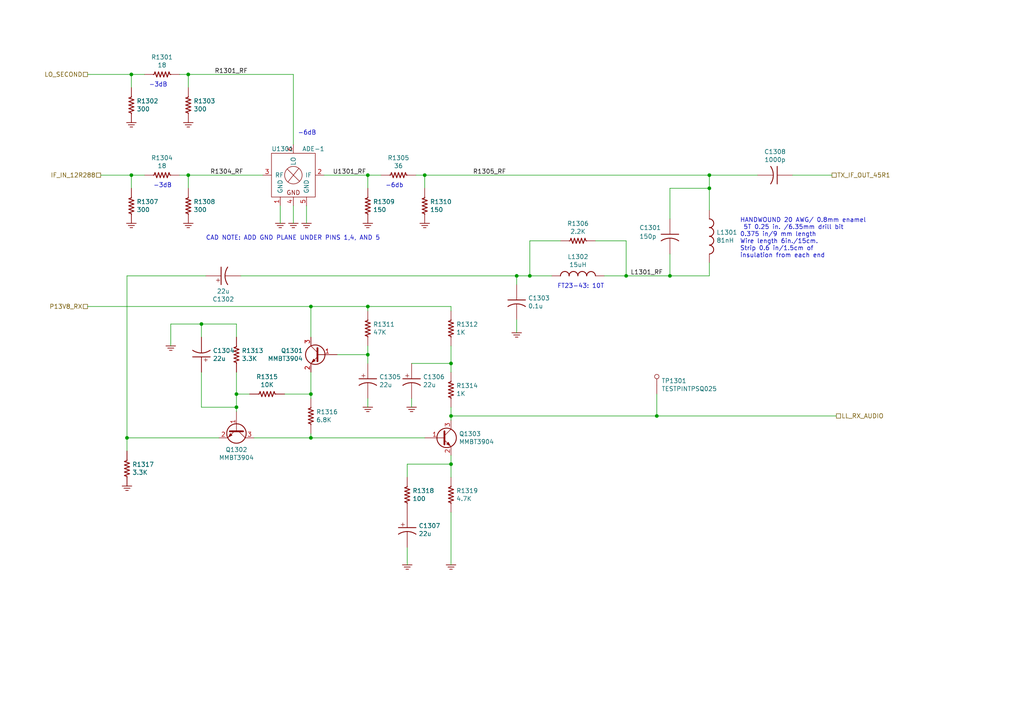
<source format=kicad_sch>
(kicad_sch (version 20211123) (generator eeschema)
  (paper "A4")
  (title_block (title "Second Mixer and Low Level Audio Amplifier") (rev "X1") (company "WA6ZFT"))
  (lib_symbols
    (symbol "custom:ADE-1" (pin_names (offset 1.016))
      (property "Reference" "U" (at -6.35 7.62 0))
      (property "Value" "ADE-1" (at 5.08 7.62 0))
      (symbol "ADE-1_0_0"
        (text "GND" (at 0 -5.08 0) (effects (font (size 1.27 1.27))))
      )
      (symbol "ADE-1_0_1"
        (rectangle (start -6.35 6.35) (end 6.35 -6.35))
        (polyline (pts (xy -1.778 1.778) (xy 1.778 -1.778)))
        (polyline (pts (xy 1.524 1.905) (xy -1.524 -1.905)))
        (circle (center 0 0) (radius 2.54))
      )
      (symbol "ADE-1_1_1"
        (pin passive line (at -3.81 -8.89 90) (length 2.54) (name "GND") (number "1"))
        (pin passive line (at 8.89 0 180) (length 2.54) (name "IF") (number "2"))
        (pin passive line (at -8.89 0 0) (length 2.54) (name "RF") (number "3"))
        (pin passive line (at 0 -8.89 90) (length 2.54) (name "~") (number "4"))
        (pin passive line (at 3.81 -8.89 90) (length 2.54) (name "GND") (number "5"))
        (pin passive line (at 0 8.89 270) (length 2.54) (name "LO") (number "6"))
      )
    )
    (symbol "custom:CP_US" (pin_numbers hide) (pin_names (offset 0.254) hide)
      (property "Reference" "C" (at 1.27 2.54 0))
      (property "Value" "CP_US" (at 1.27 -2.54 0))
      (symbol "CP_US_0_1"
        (polyline (pts (xy -1.778 1.524) (xy -0.762 1.524)) (stroke (width 0.127)))
        (polyline (pts (xy -1.27 1.016) (xy -1.27 2.032)) (stroke (width 0.127)))
        (polyline (pts (xy -2.54 0.635) (xy 2.54 0.635) (xy 2.54 0.635)) (stroke (width 0.254)))
        (arc (start 2.54 -1.27) (mid 0 -0.5009) (end -2.54 -1.27) (stroke (width 0.254)))
      )
      (symbol "CP_US_1_1"
        (pin passive line (at 0 5.08 270) (length 4.445) (name "~") (number "1"))
        (pin passive line (at 0 -5.08 90) (length 4.445) (name "~") (number "2"))
      )
    )
    (symbol "custom:C_US" (pin_numbers hide) (pin_names (offset 0.254) hide)
      (property "Reference" "C" (at 1.27 2.54 0))
      (property "Value" "C_US" (at 1.27 -2.54 0))
      (symbol "C_US_0_1"
        (polyline (pts (xy -2.54 0.635) (xy 2.54 0.635) (xy 2.54 0.635)) (stroke (width 0.254)))
        (arc (start 2.54 -1.27) (mid 0 -0.5009) (end -2.54 -1.27) (stroke (width 0.254)))
      )
      (symbol "C_US_1_1"
        (pin passive line (at 0 5.08 270) (length 4.445) (name "~") (number "1"))
        (pin passive line (at 0 -5.08 90) (length 4.445) (name "~") (number "2"))
      )
    )
    (symbol "custom:C_US_0805_0.1UF_X7R_10%_50V_HS" (pin_numbers hide) (pin_names (offset 0.254) hide)
      (property "Reference" "C" (at 1.27 2.54 0))
      (property "Value" "C_US_0805_0.1UF_X7R_10%_50V_HS" (at 1.27 -2.54 0))
      (symbol "C_US_0805_0.1UF_X7R_10%_50V_HS_0_1"
        (polyline (pts (xy -2.54 0.635) (xy 2.54 0.635) (xy 2.54 0.635)) (stroke (width 0.254)))
        (arc (start 2.54 -1.27) (mid 0 -0.5009) (end -2.54 -1.27) (stroke (width 0.254)))
      )
      (symbol "C_US_0805_0.1UF_X7R_10%_50V_HS_1_1"
        (pin passive line (at 0 5.08 270) (length 4.445) (name "~") (number "1"))
        (pin passive line (at 0 -5.08 90) (length 4.445) (name "~") (number "2"))
      )
    )
    (symbol "custom:GND_US" (power) (pin_names (offset 0))
      (symbol "GND_US_0_1"
        (polyline (pts (xy -1.397 0) (xy 1.397 0)) (stroke (width 0.2032)))
        (polyline (pts (xy -0.889 -0.635) (xy 0.889 -0.635)) (stroke (width 0.2032)))
        (polyline (pts (xy -0.381 -1.27) (xy 0.381 -1.27)) (stroke (width 0.2032)))
      )
      (symbol "GND_US_1_1"
        (pin power_in line (at 0 0 90) (length 0) hide (name "GND") (number "1"))
      )
    )
    (symbol "custom:L_US" (pin_numbers hide) (pin_names (offset 1.016) hide)
      (property "Reference" "L" (at -1.27 0 90))
      (property "Value" "L_US" (at 2.54 0 90))
      (symbol "L_US_0_1"
        (arc (start 0 2.54) (mid 1.27 3.81) (end 0 5.08) (stroke (width 0.254)))
        (arc (start 0.0254 -5.0546) (mid 1.245 -3.7973) (end 0.0254 -2.54) (stroke (width 0.254)))
        (arc (start 0.0254 -2.5146) (mid 1.2704 -1.2319) (end 0.0254 0.0508) (stroke (width 0.254)))
        (arc (start 0.0254 0.0254) (mid 1.2704 1.3081) (end 0.0254 2.5908) (stroke (width 0.254)))
      )
      (symbol "L_US_1_1"
        (pin passive line (at 0 7.62 270) (length 2.54) (name "1") (number "1"))
        (pin passive line (at 0 -7.62 90) (length 2.54) (name "2") (number "2"))
      )
    )
    (symbol "custom:MMBT3904" (pin_names (offset 0) hide)
      (property "Reference" "Q" (at 5.08 1.905 0))
      (property "Value" "MMBT3904" (at 5.08 0 0))
      (symbol "MMBT3904_0_1"
        (polyline (pts (xy 0.635 0.635) (xy 2.54 2.54)))
        (polyline (pts (xy 0.635 -0.635) (xy 2.54 -2.54) (xy 2.54 -2.54)))
        (polyline (pts (xy 0.635 1.905) (xy 0.635 -1.905) (xy 0.635 -1.905)) (stroke (width 0.508)))
        (polyline (pts (xy 1.27 -1.778) (xy 1.778 -1.27) (xy 2.286 -2.286) (xy 1.27 -1.778) (xy 1.27 -1.778)) (fill (type outline)))
        (circle (center 1.27 0) (radius 2.8194) (stroke (width 0.254)))
      )
      (symbol "MMBT3904_1_1"
        (pin passive line (at -5.08 0 0) (length 5.715) (name "B") (number "1"))
        (pin passive line (at 2.54 -5.08 90) (length 2.54) (name "E") (number "2"))
        (pin passive line (at 2.54 5.08 270) (length 2.54) (name "C") (number "3"))
      )
    )
    (symbol "custom:R_US_0805_1%_HS" (pin_numbers hide) (pin_names (offset 1.016) hide)
      (property "Reference" "R" (at 2.032 0 90))
      (property "Value" "R_US_0805_1%_HS" (at -2.032 0 90))
      (symbol "R_US_0805_1%_HS_0_0"
        (polyline (pts (xy 0 -2.54) (xy 0 -2.54) (xy 0 -2.286) (xy -0.762 -2.032) (xy 0.762 -1.524) (xy -0.762 -1.016) (xy 0.762 -0.508) (xy -0.762 0) (xy 0.762 0.508) (xy -0.762 1.016) (xy 0.762 1.524) (xy -0.762 2.032) (xy 0 2.286) (xy 0 2.54) (xy 0 2.54)) (stroke (width 0.254)))
      )
      (symbol "R_US_0805_1%_HS_1_1"
        (pin passive line (at 0 5.08 270) (length 2.54) (name "~") (number "1"))
        (pin passive line (at 0 -5.08 90) (length 2.54) (name "~") (number "2"))
      )
    )
    (symbol "custom:TESTPINTPSQ025" (pin_numbers hide) (pin_names (offset 1.016) hide)
      (property "Reference" "TP" (at -1.27 1.27 0))
      (property "Value" "TESTPINTPSQ025" (at -7.62 3.81 0))
      (symbol "TESTPINTPSQ025_1_0"
        (polyline (pts (xy 0 -2.54) (xy 0 -0.635)))
      )
      (symbol "TESTPINTPSQ025_1_1"
        (circle (center 0 0) (radius 0.635))
        (pin passive line (at 0 -5.08 90) (length 2.54) (name "TP") (number "1"))
      )
    )
  )
  (junction (at 153.67 80.01))
  (junction (at 36.83 127))
  (junction (at 130.81 120.65))
  (junction (at 90.17 88.9))
  (junction (at 54.61 50.8))
  (junction (at 205.74 50.8))
  (junction (at 181.61 80.01))
  (junction (at 68.58 118.11))
  (junction (at 90.17 127))
  (junction (at 38.1 21.59))
  (junction (at 130.81 134.62))
  (junction (at 106.68 88.9))
  (junction (at 205.74 54.61))
  (junction (at 58.42 93.98))
  (junction (at 54.61 21.59))
  (junction (at 106.68 102.87))
  (junction (at 194.31 80.01))
  (junction (at 123.19 50.8))
  (junction (at 130.81 105.41))
  (junction (at 38.1 50.8))
  (junction (at 68.58 114.3))
  (junction (at 106.68 50.8))
  (junction (at 190.5 120.65))
  (junction (at 90.17 114.3))
  (junction (at 149.86 80.01))
  (wire (pts (xy 162.56 69.85) (xy 153.67 69.85)))
  (wire (pts (xy 88.9 59.69) (xy 88.9 64.77)))
  (wire (pts (xy 90.17 127) (xy 90.17 125.73)))
  (wire (pts (xy 106.68 88.9) (xy 90.17 88.9)))
  (wire (pts (xy 123.19 127) (xy 90.17 127)))
  (wire (pts (xy 153.67 80.01) (xy 149.86 80.01)))
  (wire (pts (xy 36.83 80.01) (xy 59.69 80.01)))
  (wire (pts (xy 181.61 80.01) (xy 194.31 80.01)))
  (wire (pts (xy 106.68 102.87) (xy 106.68 100.33)))
  (wire (pts (xy 68.58 93.98) (xy 58.42 93.98)))
  (wire (pts (xy 54.61 50.8) (xy 54.61 54.61)))
  (wire (pts (xy 58.42 93.98) (xy 49.53 93.98)))
  (wire (pts (xy 106.68 105.41) (xy 106.68 102.87)))
  (wire (pts (xy 63.5 127) (xy 36.83 127)))
  (wire (pts (xy 242.57 120.65) (xy 190.5 120.65)))
  (wire (pts (xy 38.1 50.8) (xy 29.21 50.8)))
  (wire (pts (xy 130.81 118.11) (xy 130.81 120.65)))
  (wire (pts (xy 54.61 21.59) (xy 54.61 25.4)))
  (wire (pts (xy 90.17 97.79) (xy 90.17 88.9)))
  (wire (pts (xy 52.07 21.59) (xy 54.61 21.59)))
  (wire (pts (xy 106.68 90.17) (xy 106.68 88.9)))
  (wire (pts (xy 58.42 107.95) (xy 58.42 118.11)))
  (wire (pts (xy 118.11 138.43) (xy 118.11 134.62)))
  (wire (pts (xy 120.65 50.8) (xy 123.19 50.8)))
  (wire (pts (xy 205.74 54.61) (xy 205.74 50.8)))
  (wire (pts (xy 130.81 105.41) (xy 130.81 107.95)))
  (wire (pts (xy 68.58 97.79) (xy 68.58 93.98)))
  (wire (pts (xy 149.86 92.71) (xy 149.86 96.52)))
  (wire (pts (xy 36.83 127) (xy 36.83 80.01)))
  (wire (pts (xy 72.39 114.3) (xy 68.58 114.3)))
  (wire (pts (xy 130.81 120.65) (xy 130.81 121.92)))
  (wire (pts (xy 54.61 50.8) (xy 76.2 50.8)))
  (wire (pts (xy 54.61 21.59) (xy 85.09 21.59)))
  (wire (pts (xy 106.68 50.8) (xy 93.98 50.8)))
  (wire (pts (xy 85.09 21.59) (xy 85.09 41.91)))
  (wire (pts (xy 49.53 93.98) (xy 49.53 100.33)))
  (wire (pts (xy 68.58 118.11) (xy 68.58 119.38)))
  (wire (pts (xy 68.58 107.95) (xy 68.58 114.3)))
  (wire (pts (xy 41.91 50.8) (xy 38.1 50.8)))
  (wire (pts (xy 69.85 80.01) (xy 149.86 80.01)))
  (wire (pts (xy 194.31 80.01) (xy 205.74 80.01)))
  (wire (pts (xy 205.74 80.01) (xy 205.74 76.2)))
  (wire (pts (xy 130.81 148.59) (xy 130.81 163.83)))
  (wire (pts (xy 181.61 69.85) (xy 181.61 80.01)))
  (wire (pts (xy 130.81 88.9) (xy 106.68 88.9)))
  (wire (pts (xy 68.58 114.3) (xy 68.58 118.11)))
  (wire (pts (xy 106.68 115.57) (xy 106.68 118.11)))
  (wire (pts (xy 58.42 97.79) (xy 58.42 93.98)))
  (wire (pts (xy 130.81 132.08) (xy 130.81 134.62)))
  (wire (pts (xy 160.02 80.01) (xy 153.67 80.01)))
  (wire (pts (xy 175.26 80.01) (xy 181.61 80.01)))
  (wire (pts (xy 119.38 115.57) (xy 119.38 118.11)))
  (wire (pts (xy 97.79 102.87) (xy 106.68 102.87)))
  (wire (pts (xy 194.31 63.5) (xy 194.31 54.61)))
  (wire (pts (xy 190.5 114.3) (xy 190.5 120.65)))
  (wire (pts (xy 52.07 50.8) (xy 54.61 50.8)))
  (wire (pts (xy 194.31 54.61) (xy 205.74 54.61)))
  (wire (pts (xy 123.19 50.8) (xy 205.74 50.8)))
  (wire (pts (xy 205.74 50.8) (xy 219.71 50.8)))
  (wire (pts (xy 118.11 134.62) (xy 130.81 134.62)))
  (wire (pts (xy 81.28 59.69) (xy 81.28 64.77)))
  (wire (pts (xy 130.81 100.33) (xy 130.81 105.41)))
  (wire (pts (xy 106.68 50.8) (xy 106.68 54.61)))
  (wire (pts (xy 123.19 50.8) (xy 123.19 54.61)))
  (wire (pts (xy 73.66 127) (xy 90.17 127)))
  (wire (pts (xy 130.81 134.62) (xy 130.81 138.43)))
  (wire (pts (xy 85.09 59.69) (xy 85.09 64.77)))
  (wire (pts (xy 82.55 114.3) (xy 90.17 114.3)))
  (wire (pts (xy 229.87 50.8) (xy 241.3 50.8)))
  (wire (pts (xy 38.1 21.59) (xy 38.1 25.4)))
  (wire (pts (xy 90.17 114.3) (xy 90.17 107.95)))
  (wire (pts (xy 172.72 69.85) (xy 181.61 69.85)))
  (wire (pts (xy 90.17 115.57) (xy 90.17 114.3)))
  (wire (pts (xy 90.17 88.9) (xy 25.4 88.9)))
  (wire (pts (xy 190.5 120.65) (xy 130.81 120.65)))
  (wire (pts (xy 130.81 90.17) (xy 130.81 88.9)))
  (wire (pts (xy 153.67 69.85) (xy 153.67 80.01)))
  (wire (pts (xy 36.83 130.81) (xy 36.83 127)))
  (wire (pts (xy 110.49 50.8) (xy 106.68 50.8)))
  (wire (pts (xy 41.91 21.59) (xy 38.1 21.59)))
  (wire (pts (xy 58.42 118.11) (xy 68.58 118.11)))
  (wire (pts (xy 119.38 105.41) (xy 130.81 105.41)))
  (wire (pts (xy 118.11 158.75) (xy 118.11 163.83)))
  (wire (pts (xy 194.31 73.66) (xy 194.31 80.01)))
  (wire (pts (xy 205.74 60.96) (xy 205.74 54.61)))
  (wire (pts (xy 38.1 21.59) (xy 25.4 21.59)))
  (wire (pts (xy 149.86 80.01) (xy 149.86 82.55)))
  (wire (pts (xy 38.1 50.8) (xy 38.1 54.61)))
  (text "-3dB" (at 43.18 25.4 0) (effects (font (size 1.27 1.27)) (justify left bottom)))
  (text "CAD NOTE: ADD GND PLANE UNDER PINS 1,4, AND 5" (at 59.69 69.85 0) (effects (font (size 1.27 1.27)) (justify left bottom)))
  (text "HANDWOUND 20 AWG/ 0.8mm enamel\n 5T 0.25 in. /6.35mm drill bit\n0.375 in/9 mm length\nWire length 6in./15cm. \nStrip 0.6 in/1.5cm of \ninsulation from each end" (at 214.63 74.93 0) (effects (font (size 1.27 1.27)) (justify left bottom)))
  (text "FT23-43: 10T" (at 175.26 83.82 180) (effects (font (size 1.27 1.27)) (justify right bottom)))
  (text "-6db\n" (at 111.76 54.61 0) (effects (font (size 1.27 1.27)) (justify left bottom)))
  (text "-6dB" (at 86.36 39.37 0) (effects (font (size 1.27 1.27)) (justify left bottom)))
  (text "-3dB" (at 44.45 54.61 0) (effects (font (size 1.27 1.27)) (justify left bottom)))
  (label "R1305_RF" (at 137.16 50.8 0))
  (label "U1301_RF" (at 96.52 50.8 0))
  (label "L1301_RF" (at 182.88 80.01 0))
  (label "R1301_RF" (at 62.23 21.59 0))
  (label "R1304_RF" (at 60.96 50.8 0))
  (hierarchical_label "LO_SECOND" (shape passive) (at 25.4 21.59 180))
  (hierarchical_label "IF_IN_12R288" (shape passive) (at 29.21 50.8 180))
  (hierarchical_label "P13V8_RX" (shape passive) (at 25.4 88.9 180))
  (hierarchical_label "LL_RX_AUDIO" (shape passive) (at 242.57 120.65 0))
  (hierarchical_label "TX_IF_OUT_45R1" (shape passive) (at 241.3 50.8 0))
  (symbol (lib_id "custom:ADE-1") (at 85.09 50.8 0) (unit 1)
    (property "Reference" "U1301" (at 78.74 43.18 0) (effects (justify left)))
    (property "Value" "ADE-1" (at 87.63 43.18 0) (effects (justify left)))
    (property "Footprint" "mods:MCL-6-SMD_7R97X5R59" (effects hide))
    (property "PartNumber" "800262-101" (effects hide))
  )
  (symbol (lib_id "custom:GND_US") (at 54.61 35.56 0) (unit 1)
    (property "Reference" "#PWR01302" (effects hide))
    (property "Value" "GND_US" (effects hide))
  )
  (symbol (lib_id "custom:GND_US") (at 85.09 64.77 0) (unit 1)
    (property "Reference" "#PWR01306" (effects hide))
    (property "Value" "GND_US" (effects hide))
  )
  (symbol (lib_id "custom:GND_US") (at 88.9 64.77 0) (unit 1)
    (property "Reference" "#PWR01307" (effects hide))
    (property "Value" "GND_US" (effects hide))
  )
  (symbol (lib_id "custom:R_US_0805_1%_HS") (at 38.1 30.48 0) (unit 1)
    (property "Reference" "R1302" (at 39.624 29.3116 0) (effects (justify left)))
    (property "Value" "300" (at 39.624 31.623 0) (effects (justify left)))
    (property "Footprint" "Resistor_SMD:R_0805_2012Metric_Pad1.15x1.40mm_HandSolder" (effects hide))
    (property "PartNumber" "800235-301" (effects hide))
  )
  (symbol (lib_id "custom:R_US_0805_1%_HS") (at 54.61 30.48 0) (unit 1)
    (property "Reference" "R1303" (at 56.134 29.3116 0) (effects (justify left)))
    (property "Value" "300" (at 56.134 31.623 0) (effects (justify left)))
    (property "Footprint" "Resistor_SMD:R_0805_2012Metric_Pad1.15x1.40mm_HandSolder" (effects hide))
    (property "PartNumber" "800235-301" (effects hide))
  )
  (symbol (lib_id "custom:R_US_0805_1%_HS") (at 46.99 21.59 270) (unit 1)
    (property "Reference" "R1301" (at 46.99 16.5862 90))
    (property "Value" "18" (at 46.99 18.8976 90))
    (property "Footprint" "Resistor_SMD:R_0805_2012Metric_Pad1.15x1.40mm_HandSolder" (effects hide))
    (property "PartNumber" "800235-180" (effects hide))
  )
  (symbol (lib_id "custom:GND_US") (at 38.1 35.56 0) (unit 1)
    (property "Reference" "#PWR01301" (effects hide))
    (property "Value" "GND_US" (effects hide))
  )
  (symbol (lib_id "custom:GND_US") (at 54.61 64.77 0) (unit 1)
    (property "Reference" "#PWR01304" (effects hide))
    (property "Value" "GND_US" (effects hide))
  )
  (symbol (lib_id "custom:R_US_0805_1%_HS") (at 38.1 59.69 0) (unit 1)
    (property "Reference" "R1307" (at 39.624 58.5216 0) (effects (justify left)))
    (property "Value" "300" (at 39.624 60.833 0) (effects (justify left)))
    (property "Footprint" "Resistor_SMD:R_0805_2012Metric_Pad1.15x1.40mm_HandSolder" (effects hide))
    (property "PartNumber" "800235-301" (effects hide))
  )
  (symbol (lib_id "custom:R_US_0805_1%_HS") (at 54.61 59.69 0) (unit 1)
    (property "Reference" "R1308" (at 56.134 58.5216 0) (effects (justify left)))
    (property "Value" "300" (at 56.134 60.833 0) (effects (justify left)))
    (property "Footprint" "Resistor_SMD:R_0805_2012Metric_Pad1.15x1.40mm_HandSolder" (effects hide))
    (property "PartNumber" "800235-301" (effects hide))
  )
  (symbol (lib_id "custom:R_US_0805_1%_HS") (at 46.99 50.8 270) (unit 1)
    (property "Reference" "R1304" (at 46.99 45.7962 90))
    (property "Value" "18" (at 46.99 48.1076 90))
    (property "Footprint" "Resistor_SMD:R_0805_2012Metric_Pad1.15x1.40mm_HandSolder" (effects hide))
    (property "PartNumber" "800235-180" (effects hide))
  )
  (symbol (lib_id "custom:GND_US") (at 38.1 64.77 0) (unit 1)
    (property "Reference" "#PWR01303" (effects hide))
    (property "Value" "GND_US" (effects hide))
  )
  (symbol (lib_id "custom:GND_US") (at 81.28 64.77 0) (unit 1)
    (property "Reference" "#PWR01305" (effects hide))
    (property "Value" "GND_US" (effects hide))
  )
  (symbol (lib_id "custom:GND_US") (at 123.19 64.77 0) (unit 1)
    (property "Reference" "#PWR01309" (effects hide))
    (property "Value" "GND_US" (effects hide))
  )
  (symbol (lib_id "custom:R_US_0805_1%_HS") (at 106.68 59.69 0) (unit 1)
    (property "Reference" "R1309" (at 108.204 58.5216 0) (effects (justify left)))
    (property "Value" "150" (at 108.204 60.833 0) (effects (justify left)))
    (property "Footprint" "Resistor_SMD:R_0805_2012Metric_Pad1.15x1.40mm_HandSolder" (effects hide))
    (property "PartNumber" "800235-151" (effects hide))
  )
  (symbol (lib_id "custom:R_US_0805_1%_HS") (at 123.19 59.69 0) (unit 1)
    (property "Reference" "R1310" (at 124.714 58.5216 0) (effects (justify left)))
    (property "Value" "150" (at 124.714 60.833 0) (effects (justify left)))
    (property "Footprint" "Resistor_SMD:R_0805_2012Metric_Pad1.15x1.40mm_HandSolder" (effects hide))
    (property "PartNumber" "800235-151" (effects hide))
  )
  (symbol (lib_id "custom:R_US_0805_1%_HS") (at 115.57 50.8 270) (unit 1)
    (property "Reference" "R1305" (at 115.57 45.7962 90))
    (property "Value" "36" (at 115.57 48.1076 90))
    (property "Footprint" "Resistor_SMD:R_0805_2012Metric_Pad1.15x1.40mm_HandSolder" (effects hide))
    (property "PartNumber" "800235-360" (effects hide))
  )
  (symbol (lib_id "custom:GND_US") (at 106.68 64.77 0) (unit 1)
    (property "Reference" "#PWR01308" (effects hide))
    (property "Value" "GND_US" (effects hide))
  )
  (symbol (lib_id "custom:L_US") (at 205.74 68.58 0) (unit 1)
    (property "Reference" "L1301" (at 207.7974 67.4116 0) (effects (justify left)))
    (property "Value" "81nH" (at 207.7974 69.723 0) (effects (justify left)))
    (property "Footprint" "mods:AIR_CORE_9MMX6.3MM" (effects hide))
    (property "PartNumber" "8000XX-XXX" (effects hide))
  )
  (symbol (lib_id "custom:C_US_0805_0.1UF_X7R_10%_50V_HS") (at 149.86 87.63 0) (unit 1)
    (property "Reference" "C1303" (at 153.162 86.4616 0) (effects (justify left)))
    (property "Value" "0.1u" (at 153.162 88.773 0) (effects (justify left)))
    (property "Footprint" "Capacitor_SMD:C_0805_2012Metric_Pad1.15x1.40mm_HandSolder" (effects hide))
    (property "PartNumber" "800238-104" (effects hide))
  )
  (symbol (lib_id "custom:GND_US") (at 149.86 96.52 0) (unit 1)
    (property "Reference" "#PWR01310" (effects hide))
    (property "Value" "GND_US" (effects hide))
  )
  (symbol (lib_id "custom:MMBT3904") (at 68.58 124.46 270) (unit 1)
    (property "Reference" "Q1302" (at 68.58 130.429 90))
    (property "Value" "MMBT3904" (at 68.58 132.7404 90))
    (property "Footprint" "mods:SOT23-3-SAR" (effects hide))
    (property "PartNumber" "800259-101" (effects hide))
  )
  (symbol (lib_id "custom:CP_US") (at 64.77 80.01 90) (unit 1)
    (property "Reference" "C1302" (at 64.77 86.7918 90))
    (property "Value" "22u" (at 64.77 84.4804 90))
    (property "Footprint" "Capacitor_SMD:CP_Elec_6.3x5.7" (effects hide))
    (property "PartNumber" "800267-226" (effects hide))
  )
  (symbol (lib_id "custom:MMBT3904") (at 92.71 102.87 0) (mirror y) (unit 1)
    (property "Reference" "Q1301" (at 87.8586 101.7016 0) (effects (justify left)))
    (property "Value" "MMBT3904" (at 87.8586 104.013 0) (effects (justify left)))
    (property "Footprint" "mods:SOT23-3-SAR" (effects hide))
    (property "PartNumber" "800259-101" (effects hide))
  )
  (symbol (lib_id "custom:R_US_0805_1%_HS") (at 36.83 135.89 0) (unit 1)
    (property "Reference" "R1317" (at 38.354 134.7216 0) (effects (justify left)))
    (property "Value" "3.3K" (at 38.354 137.033 0) (effects (justify left)))
    (property "Footprint" "Resistor_SMD:R_0805_2012Metric_Pad1.15x1.40mm_HandSolder" (effects hide))
    (property "PartNumber" "800235-332" (effects hide))
  )
  (symbol (lib_id "custom:GND_US") (at 36.83 140.97 0) (unit 1)
    (property "Reference" "#PWR01314" (effects hide))
    (property "Value" "GND_US" (effects hide))
  )
  (symbol (lib_id "custom:R_US_0805_1%_HS") (at 68.58 102.87 0) (unit 1)
    (property "Reference" "R1313" (at 70.104 101.7016 0) (effects (justify left)))
    (property "Value" "3.3K" (at 70.104 104.013 0) (effects (justify left)))
    (property "Footprint" "Resistor_SMD:R_0805_2012Metric_Pad1.15x1.40mm_HandSolder" (effects hide))
    (property "PartNumber" "800235-332" (effects hide))
  )
  (symbol (lib_id "custom:CP_US") (at 58.42 102.87 180) (unit 1)
    (property "Reference" "C1304" (at 61.722 101.7016 0) (effects (justify right)))
    (property "Value" "22u" (at 61.722 104.013 0) (effects (justify right)))
    (property "Footprint" "Capacitor_SMD:CP_Elec_6.3x5.7" (effects hide))
    (property "PartNumber" "800267-226" (effects hide))
  )
  (symbol (lib_id "custom:GND_US") (at 49.53 100.33 0) (unit 1)
    (property "Reference" "#PWR01311" (effects hide))
    (property "Value" "GND_US" (effects hide))
  )
  (symbol (lib_id "custom:TESTPINTPSQ025") (at 190.5 109.22 0) (unit 1)
    (property "Reference" "TP1301" (at 191.8462 110.4646 0) (effects (justify left)))
    (property "Value" "TESTPINTPSQ025" (at 191.8462 112.776 0) (effects (justify left)))
    (property "Footprint" "mods:TESTPIN" (effects hide))
    (property "PartNumber" "800207-101" (effects hide))
  )
  (symbol (lib_id "custom:R_US_0805_1%_HS") (at 77.47 114.3 270) (unit 1)
    (property "Reference" "R1315" (at 77.47 109.2962 90))
    (property "Value" "10K" (at 77.47 111.6076 90))
    (property "Footprint" "Resistor_SMD:R_0805_2012Metric_Pad1.15x1.40mm_HandSolder" (effects hide))
    (property "PartNumber" "800235-103" (effects hide))
  )
  (symbol (lib_id "custom:R_US_0805_1%_HS") (at 90.17 120.65 0) (unit 1)
    (property "Reference" "R1316" (at 91.694 119.4816 0) (effects (justify left)))
    (property "Value" "6.8K" (at 91.694 121.793 0) (effects (justify left)))
    (property "Footprint" "Resistor_SMD:R_0805_2012Metric_Pad1.15x1.40mm_HandSolder" (effects hide))
    (property "PartNumber" "800235-682" (effects hide))
  )
  (symbol (lib_id "custom:R_US_0805_1%_HS") (at 106.68 95.25 0) (unit 1)
    (property "Reference" "R1311" (at 108.204 94.0816 0) (effects (justify left)))
    (property "Value" "47K" (at 108.204 96.393 0) (effects (justify left)))
    (property "Footprint" "Resistor_SMD:R_0805_2012Metric_Pad1.15x1.40mm_HandSolder" (effects hide))
    (property "PartNumber" "800235-473" (effects hide))
  )
  (symbol (lib_id "custom:CP_US") (at 106.68 110.49 0) (unit 1)
    (property "Reference" "C1305" (at 109.982 109.3216 0) (effects (justify left)))
    (property "Value" "22u" (at 109.982 111.633 0) (effects (justify left)))
    (property "Footprint" "Capacitor_SMD:CP_Elec_6.3x5.7" (effects hide))
    (property "PartNumber" "800267-226" (effects hide))
  )
  (symbol (lib_id "custom:GND_US") (at 106.68 118.11 0) (unit 1)
    (property "Reference" "#PWR01312" (effects hide))
    (property "Value" "GND_US" (effects hide))
  )
  (symbol (lib_id "custom:MMBT3904") (at 128.27 127 0) (unit 1)
    (property "Reference" "Q1303" (at 133.1214 125.8316 0) (effects (justify left)))
    (property "Value" "MMBT3904" (at 133.1214 128.143 0) (effects (justify left)))
    (property "Footprint" "mods:SOT23-3-SAR" (effects hide))
    (property "PartNumber" "800259-101" (effects hide))
  )
  (symbol (lib_id "custom:R_US_0805_1%_HS") (at 130.81 143.51 0) (unit 1)
    (property "Reference" "R1319" (at 132.334 142.3416 0) (effects (justify left)))
    (property "Value" "4.7K" (at 132.334 144.653 0) (effects (justify left)))
    (property "Footprint" "Resistor_SMD:R_0805_2012Metric_Pad1.15x1.40mm_HandSolder" (effects hide))
    (property "PartNumber" "800235-472" (effects hide))
  )
  (symbol (lib_id "custom:R_US_0805_1%_HS") (at 118.11 143.51 0) (unit 1)
    (property "Reference" "R1318" (at 119.634 142.3416 0) (effects (justify left)))
    (property "Value" "100" (at 119.634 144.653 0) (effects (justify left)))
    (property "Footprint" "Resistor_SMD:R_0805_2012Metric_Pad1.15x1.40mm_HandSolder" (effects hide))
    (property "PartNumber" "800235-101" (effects hide))
  )
  (symbol (lib_id "custom:CP_US") (at 118.11 153.67 0) (unit 1)
    (property "Reference" "C1307" (at 121.412 152.5016 0) (effects (justify left)))
    (property "Value" "22u" (at 121.412 154.813 0) (effects (justify left)))
    (property "Footprint" "Capacitor_SMD:CP_Elec_6.3x5.7" (effects hide))
    (property "PartNumber" "800267-226" (effects hide))
  )
  (symbol (lib_id "custom:GND_US") (at 118.11 163.83 0) (unit 1)
    (property "Reference" "#PWR01315" (effects hide))
    (property "Value" "GND_US" (effects hide))
  )
  (symbol (lib_id "custom:GND_US") (at 130.81 163.83 0) (unit 1)
    (property "Reference" "#PWR01316" (effects hide))
    (property "Value" "GND_US" (effects hide))
  )
  (symbol (lib_id "custom:R_US_0805_1%_HS") (at 130.81 95.25 0) (unit 1)
    (property "Reference" "R1312" (at 132.334 94.0816 0) (effects (justify left)))
    (property "Value" "1K" (at 132.334 96.393 0) (effects (justify left)))
    (property "Footprint" "Resistor_SMD:R_0805_2012Metric_Pad1.15x1.40mm_HandSolder" (effects hide))
    (property "PartNumber" "800235-102" (effects hide))
  )
  (symbol (lib_id "custom:R_US_0805_1%_HS") (at 130.81 113.03 0) (unit 1)
    (property "Reference" "R1314" (at 132.334 111.8616 0) (effects (justify left)))
    (property "Value" "1K" (at 132.334 114.173 0) (effects (justify left)))
    (property "Footprint" "Resistor_SMD:R_0805_2012Metric_Pad1.15x1.40mm_HandSolder" (effects hide))
    (property "PartNumber" "800235-102" (effects hide))
  )
  (symbol (lib_id "custom:CP_US") (at 119.38 110.49 0) (unit 1)
    (property "Reference" "C1306" (at 122.682 109.3216 0) (effects (justify left)))
    (property "Value" "22u" (at 122.682 111.633 0) (effects (justify left)))
    (property "Footprint" "Capacitor_SMD:CP_Elec_6.3x5.7" (effects hide))
    (property "PartNumber" "800267-226" (effects hide))
  )
  (symbol (lib_id "custom:GND_US") (at 119.38 118.11 0) (unit 1)
    (property "Reference" "#PWR01313" (effects hide))
    (property "Value" "GND_US" (effects hide))
  )
  (symbol (lib_id "custom:C_US_0805_0.1UF_X7R_10%_50V_HS") (at 194.31 68.58 0) (unit 1)
    (property "Reference" "C1301" (at 185.42 66.04 0) (effects (justify left)))
    (property "Value" "150p" (at 185.42 68.58 0) (effects (justify left)))
    (property "Footprint" "Capacitor_SMD:C_0805_2012Metric_Pad1.15x1.40mm_HandSolder" (effects hide))
    (property "PartNumber" "800239-151" (effects hide))
  )
  (symbol (lib_id "custom:C_US") (at 224.79 50.8 270) (unit 1)
    (property "Reference" "C1308" (at 224.79 44.0182 90))
    (property "Value" "1000p" (at 224.79 46.3296 90))
    (property "Footprint" "Capacitor_SMD:C_0805_2012Metric_Pad1.15x1.40mm_HandSolder" (effects hide))
    (property "PartNumber" "800239-103" (effects hide))
  )
  (symbol (lib_id "custom:R_US_0805_1%_HS") (at 167.64 69.85 270) (unit 1)
    (property "Reference" "R1306" (at 167.64 64.8462 90))
    (property "Value" "2.2K" (at 167.64 67.1576 90))
    (property "Footprint" "Resistor_SMD:R_0805_2012Metric_Pad1.15x1.40mm_HandSolder" (effects hide))
    (property "PartNumber" "800235-222" (effects hide))
  )
  (symbol (lib_id "custom:L_US") (at 167.64 80.01 90) (unit 1)
    (property "Reference" "L1302" (at 167.64 74.4728 90))
    (property "Value" "15uH" (at 167.64 76.7842 90))
    (property "Footprint" "mods:TOROID_T37_VERT" (effects hide))
    (property "PartNumber" "8000XX-XXX" (effects hide))
  )
)
</source>
